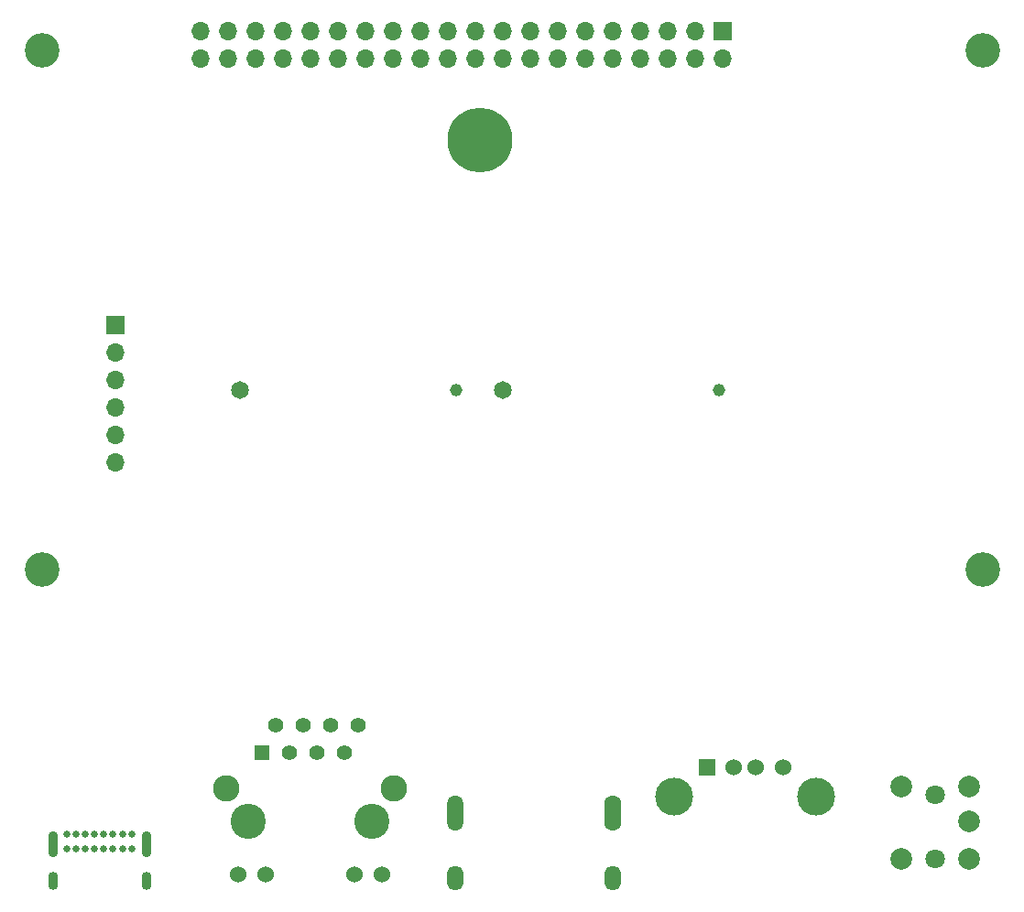
<source format=gbr>
%TF.GenerationSoftware,KiCad,Pcbnew,6.0.2-1.fc35*%
%TF.CreationDate,2022-03-30T21:24:33+02:00*%
%TF.ProjectId,dock,646f636b-2e6b-4696-9361-645f70636258,rev?*%
%TF.SameCoordinates,Original*%
%TF.FileFunction,Soldermask,Bot*%
%TF.FilePolarity,Negative*%
%FSLAX46Y46*%
G04 Gerber Fmt 4.6, Leading zero omitted, Abs format (unit mm)*
G04 Created by KiCad (PCBNEW 6.0.2-1.fc35) date 2022-03-30 21:24:33*
%MOMM*%
%LPD*%
G01*
G04 APERTURE LIST*
%ADD10O,1.500000X2.300000*%
%ADD11O,1.600000X3.300000*%
%ADD12O,1.500000X3.300000*%
%ADD13C,1.150000*%
%ADD14C,1.650000*%
%ADD15C,3.200000*%
%ADD16R,1.524000X1.524000*%
%ADD17C,1.524000*%
%ADD18C,3.500000*%
%ADD19R,1.700000X1.700000*%
%ADD20O,1.700000X1.700000*%
%ADD21C,1.800000*%
%ADD22C,2.000000*%
%ADD23C,6.000000*%
%ADD24C,0.650000*%
%ADD25O,0.900000X1.700000*%
%ADD26O,0.900000X2.400000*%
%ADD27C,3.250000*%
%ADD28R,1.398000X1.398000*%
%ADD29C,1.398000*%
%ADD30C,1.530000*%
%ADD31C,2.445000*%
G04 APERTURE END LIST*
D10*
%TO.C,J9*%
X169750000Y-155500000D03*
X155250000Y-155500000D03*
D11*
X169750000Y-149500000D03*
D12*
X155250000Y-149500000D03*
%TD*%
D13*
%TO.C,J2*%
X155300000Y-110400000D03*
D14*
X135300000Y-110400000D03*
%TD*%
D15*
%TO.C,H4*%
X204000000Y-79000000D03*
%TD*%
D16*
%TO.C,J6*%
X178500000Y-145272500D03*
D17*
X181000000Y-145272500D03*
X183000000Y-145272500D03*
X185500000Y-145272500D03*
D18*
X175430000Y-147982500D03*
X188570000Y-147982500D03*
%TD*%
D19*
%TO.C,J4*%
X179950000Y-77210000D03*
D20*
X179950000Y-79750000D03*
X177410000Y-77210000D03*
X177410000Y-79750000D03*
X174870000Y-77210000D03*
X174870000Y-79750000D03*
X172330000Y-77210000D03*
X172330000Y-79750000D03*
X169790000Y-77210000D03*
X169790000Y-79750000D03*
X167250000Y-77210000D03*
X167250000Y-79750000D03*
X164710000Y-77210000D03*
X164710000Y-79750000D03*
X162170000Y-77210000D03*
X162170000Y-79750000D03*
X159630000Y-77210000D03*
X159630000Y-79750000D03*
X157090000Y-77210000D03*
X157090000Y-79750000D03*
X154550000Y-77210000D03*
X154550000Y-79750000D03*
X152010000Y-77210000D03*
X152010000Y-79750000D03*
X149470000Y-77210000D03*
X149470000Y-79750000D03*
X146930000Y-77210000D03*
X146930000Y-79750000D03*
X144390000Y-77210000D03*
X144390000Y-79750000D03*
X141850000Y-77210000D03*
X141850000Y-79750000D03*
X139310000Y-77210000D03*
X139310000Y-79750000D03*
X136770000Y-77210000D03*
X136770000Y-79750000D03*
X134230000Y-77210000D03*
X134230000Y-79750000D03*
X131690000Y-77210000D03*
X131690000Y-79750000D03*
%TD*%
D21*
%TO.C,J7*%
X199547566Y-147850000D03*
X199547566Y-153750000D03*
D22*
X202747566Y-150250000D03*
X196447566Y-147050000D03*
X202752433Y-147050000D03*
X196447566Y-153750000D03*
X202747566Y-153750000D03*
%TD*%
D14*
%TO.C,J1*%
X159600000Y-110400000D03*
D13*
X179600000Y-110400000D03*
%TD*%
D15*
%TO.C,H5*%
X117000000Y-127000000D03*
%TD*%
D23*
%TO.C,H1*%
X157500000Y-87300000D03*
%TD*%
D15*
%TO.C,H2*%
X117000000Y-79000000D03*
%TD*%
D19*
%TO.C,J5*%
X123825000Y-104400000D03*
D20*
X123825000Y-106940000D03*
X123825000Y-109480000D03*
X123825000Y-112020000D03*
X123825000Y-114560000D03*
X123825000Y-117100000D03*
%TD*%
D24*
%TO.C,J3*%
X119350000Y-151500000D03*
X120200000Y-151500000D03*
X121050000Y-151500000D03*
X121900000Y-151500000D03*
X122750000Y-151500000D03*
X123600000Y-151500000D03*
X124450000Y-151500000D03*
X125300000Y-151500000D03*
X125300000Y-152850000D03*
X124450000Y-152850000D03*
X123600000Y-152850000D03*
X122750000Y-152850000D03*
X121900000Y-152850000D03*
X121050000Y-152850000D03*
X120200000Y-152850000D03*
X119350000Y-152850000D03*
D25*
X126700000Y-155800000D03*
X118050000Y-155800000D03*
D26*
X126700000Y-152400000D03*
X118050000Y-152400000D03*
%TD*%
D27*
%TO.C,J8*%
X147527500Y-150280000D03*
X136097500Y-150280000D03*
D28*
X137362500Y-143930000D03*
D29*
X138632500Y-141390000D03*
X139902500Y-143930000D03*
X141172500Y-141390000D03*
X142442500Y-143930000D03*
X143712500Y-141390000D03*
X144982500Y-143930000D03*
X146252500Y-141390000D03*
D30*
X135187500Y-155180000D03*
X137727500Y-155180000D03*
X145897500Y-155180000D03*
X148437500Y-155180000D03*
D31*
X134067500Y-147230000D03*
X149557500Y-147230000D03*
%TD*%
D15*
%TO.C,H3*%
X204000000Y-127000000D03*
%TD*%
M02*

</source>
